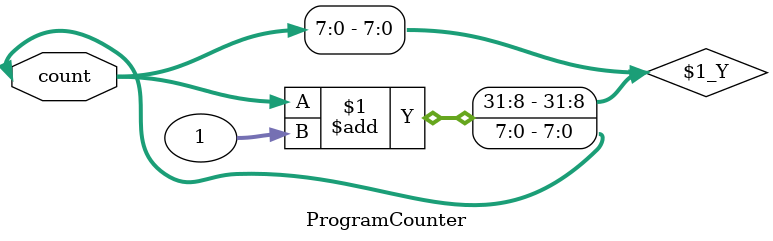
<source format=v>
module ProgramCounter (count);
inout [7:0] count;
assign count = count+1;
endmodule

</source>
